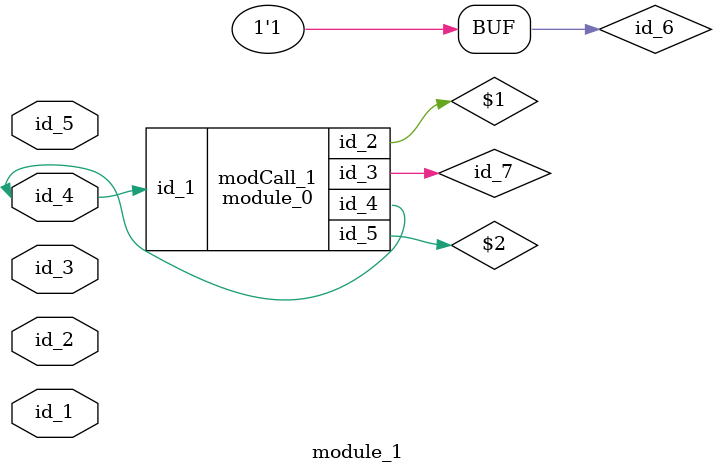
<source format=v>
module module_0 (
    id_1,
    id_2,
    id_3,
    id_4,
    id_5
);
  output wire id_5;
  output wire id_4;
  inout wire id_3;
  output wire id_2;
  input wire id_1;
  wire id_6;
  assign module_1.id_2 = 0;
endmodule
module module_1 (
    id_1,
    id_2,
    id_3,
    id_4,
    id_5
);
  inout wire id_5;
  inout wire id_4;
  input wire id_3;
  input wire id_2;
  inout wire id_1;
  wor  id_6;
  wire id_7;
  module_0 modCall_1 (
      id_4,
      id_6,
      id_7,
      id_4,
      id_6
  );
  assign id_6 = 1 ? 1 : id_2 > {1 == 1, 1};
endmodule

</source>
